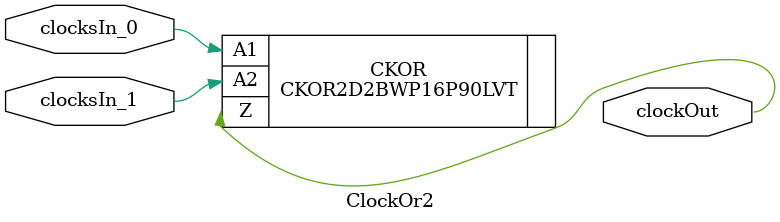
<source format=v>

module ClockFlop (
    input clockIn,
    input d,
    output reg clockOut
);

    // We don't actually have a clock flop in TSMC16
    always @(posedge clockIn)
        clockOut <= d;

endmodule

module ClockSignalNor2 (
    input clockIn,
    input signalIn,
    output clockOut
);

`ifdef EAGLE_CLOCKING_RTL_ONLY
    assign clockOut = !(signalIn || clockIn);
`else
    // A1 is the faster pin
    CKNR2D8BWP16P90LVT CKNOR2 (.A1(clockIn), .A2(signalIn), .ZN(clockOut));
`endif

endmodule

module ClockInverter (
    input clockIn,
    output clockOut
);

`ifdef EAGLE_CLOCKING_RTL_ONLY
    assign clockOut = !clockIn;
`else
    CKND8BWP16P90LVT CKINV (.I(clockIn), .ZN(clockOut));
`endif

endmodule

module ClockGater (
    input enable,
    input clockIn,
    output clockGated
);

`ifdef EAGLE_CLOCKING_RTL_ONLY
    reg qd;

    assign clockGated = qd & clockIn;

    always @(*) begin
        if (!clockIn) begin
            qd <= enable;
        end
    end
`else
    CKLNQD10BWP16P90LVT CKGATE (.TE(1'b0), .E(enable), .CP(clockIn), .Q(clockGated));
`endif

endmodule

module ClockMux2 (
    input clocksIn_0,
    input clocksIn_1,
    input sel,
    output clockOut
);

    // XXX be careful with this! You can get really nasty short edges if you
    // don't switch carefully
`ifdef EAGLE_CLOCKING_RTL_ONLY
    assign clockOut = sel ? clocksIn_1 : clocksIn_0;
`else
    CKMUX2D2BWP16P90LVT CKMUX (.I0(clocksIn_0), .I1(clocksIn_1), .S(sel), .Z(clockOut));
`endif

endmodule


module ClockOr2 (
    input clocksIn_0,
    input clocksIn_1,
    output clockOut
);

`ifdef EAGLE_CLOCKING_RTL_ONLY
    assign clockOut = clocksIn_0 | clocksIn_1;
`else
    CKOR2D2BWP16P90LVT CKOR (.A1(clocksIn_0), .A2(clocksIn_1), .Z(clockOut));
`endif

endmodule

// Testbench-only stuff
`ifndef SYNTHESIS
`timescale 1ps/1ps
module PeriodMonitor #(
    parameter minperiodps = 1000,
    parameter maxperiodps = 1000    // Set to 0 to ignore
) (
    input clock,
    input enable
);

    time edgetime = 1;
    integer period;

    always @(posedge clock) begin
        period = $time - edgetime;
        edgetime = $time;
        if (period > 0) begin
            if (enable && (period < minperiodps)) begin
                $fatal("PeriodMonitor detected a small period of %d ps at time %0t", period, $time);
            end
            if (enable && (maxperiodps > 0) && (period > maxperiodps)) begin
                $fatal("PeriodMonitor detected a large period of %d ps at time %0t", period, $time);
            end
        end
    end

endmodule

module ClockGenerator #(
    parameter periodps = 1000
) (
    output reg clock
);

    initial begin
        clock = 1'b0;
        forever #(periodps / 2) clock = ~clock;
    end

endmodule

`endif

</source>
